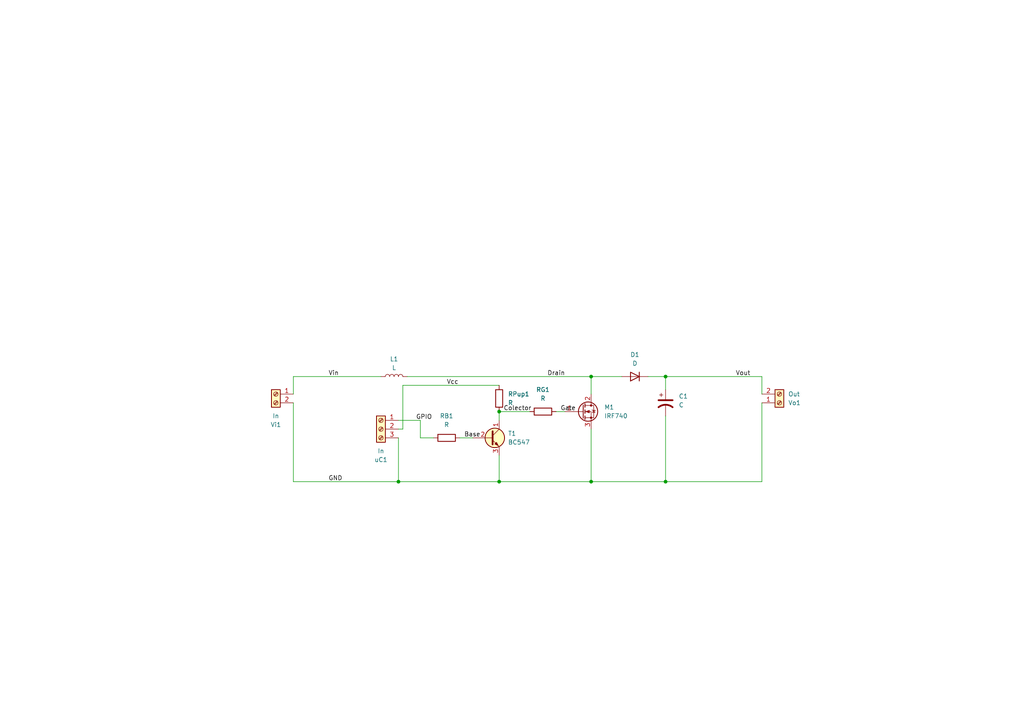
<source format=kicad_sch>
(kicad_sch
	(version 20250114)
	(generator "eeschema")
	(generator_version "9.0")
	(uuid "a903fe2c-c390-43c9-b225-b61405dca153")
	(paper "A4")
	(title_block
		(title "CC-CC Converter")
		(date "2025-02-28")
		(rev "2024-03-01")
		(company "Universidade do Minho")
		(comment 1 "Aut: Nuno Duarte Ribeiro Costa")
	)
	(lib_symbols
		(symbol "Connector:Screw_Terminal_01x02"
			(pin_names
				(offset 1.016)
				(hide yes)
			)
			(exclude_from_sim no)
			(in_bom yes)
			(on_board yes)
			(property "Reference" "J"
				(at 0 2.54 0)
				(effects
					(font
						(size 1.27 1.27)
					)
				)
			)
			(property "Value" "Screw_Terminal_01x02"
				(at 0 -5.08 0)
				(effects
					(font
						(size 1.27 1.27)
					)
				)
			)
			(property "Footprint" ""
				(at 0 0 0)
				(effects
					(font
						(size 1.27 1.27)
					)
					(hide yes)
				)
			)
			(property "Datasheet" "~"
				(at 0 0 0)
				(effects
					(font
						(size 1.27 1.27)
					)
					(hide yes)
				)
			)
			(property "Description" "Generic screw terminal, single row, 01x02, script generated (kicad-library-utils/schlib/autogen/connector/)"
				(at 0 0 0)
				(effects
					(font
						(size 1.27 1.27)
					)
					(hide yes)
				)
			)
			(property "ki_keywords" "screw terminal"
				(at 0 0 0)
				(effects
					(font
						(size 1.27 1.27)
					)
					(hide yes)
				)
			)
			(property "ki_fp_filters" "TerminalBlock*:*"
				(at 0 0 0)
				(effects
					(font
						(size 1.27 1.27)
					)
					(hide yes)
				)
			)
			(symbol "Screw_Terminal_01x02_1_1"
				(rectangle
					(start -1.27 1.27)
					(end 1.27 -3.81)
					(stroke
						(width 0.254)
						(type default)
					)
					(fill
						(type background)
					)
				)
				(polyline
					(pts
						(xy -0.5334 0.3302) (xy 0.3302 -0.508)
					)
					(stroke
						(width 0.1524)
						(type default)
					)
					(fill
						(type none)
					)
				)
				(polyline
					(pts
						(xy -0.5334 -2.2098) (xy 0.3302 -3.048)
					)
					(stroke
						(width 0.1524)
						(type default)
					)
					(fill
						(type none)
					)
				)
				(polyline
					(pts
						(xy -0.3556 0.508) (xy 0.508 -0.3302)
					)
					(stroke
						(width 0.1524)
						(type default)
					)
					(fill
						(type none)
					)
				)
				(polyline
					(pts
						(xy -0.3556 -2.032) (xy 0.508 -2.8702)
					)
					(stroke
						(width 0.1524)
						(type default)
					)
					(fill
						(type none)
					)
				)
				(circle
					(center 0 0)
					(radius 0.635)
					(stroke
						(width 0.1524)
						(type default)
					)
					(fill
						(type none)
					)
				)
				(circle
					(center 0 -2.54)
					(radius 0.635)
					(stroke
						(width 0.1524)
						(type default)
					)
					(fill
						(type none)
					)
				)
				(pin passive line
					(at -5.08 0 0)
					(length 3.81)
					(name "Pin_1"
						(effects
							(font
								(size 1.27 1.27)
							)
						)
					)
					(number "1"
						(effects
							(font
								(size 1.27 1.27)
							)
						)
					)
				)
				(pin passive line
					(at -5.08 -2.54 0)
					(length 3.81)
					(name "Pin_2"
						(effects
							(font
								(size 1.27 1.27)
							)
						)
					)
					(number "2"
						(effects
							(font
								(size 1.27 1.27)
							)
						)
					)
				)
			)
			(embedded_fonts no)
		)
		(symbol "Connector:Screw_Terminal_01x03"
			(pin_names
				(offset 1.016)
				(hide yes)
			)
			(exclude_from_sim no)
			(in_bom yes)
			(on_board yes)
			(property "Reference" "J"
				(at 0 5.08 0)
				(effects
					(font
						(size 1.27 1.27)
					)
				)
			)
			(property "Value" "Screw_Terminal_01x03"
				(at 0 -5.08 0)
				(effects
					(font
						(size 1.27 1.27)
					)
				)
			)
			(property "Footprint" ""
				(at 0 0 0)
				(effects
					(font
						(size 1.27 1.27)
					)
					(hide yes)
				)
			)
			(property "Datasheet" "~"
				(at 0 0 0)
				(effects
					(font
						(size 1.27 1.27)
					)
					(hide yes)
				)
			)
			(property "Description" "Generic screw terminal, single row, 01x03, script generated (kicad-library-utils/schlib/autogen/connector/)"
				(at 0 0 0)
				(effects
					(font
						(size 1.27 1.27)
					)
					(hide yes)
				)
			)
			(property "ki_keywords" "screw terminal"
				(at 0 0 0)
				(effects
					(font
						(size 1.27 1.27)
					)
					(hide yes)
				)
			)
			(property "ki_fp_filters" "TerminalBlock*:*"
				(at 0 0 0)
				(effects
					(font
						(size 1.27 1.27)
					)
					(hide yes)
				)
			)
			(symbol "Screw_Terminal_01x03_1_1"
				(rectangle
					(start -1.27 3.81)
					(end 1.27 -3.81)
					(stroke
						(width 0.254)
						(type default)
					)
					(fill
						(type background)
					)
				)
				(polyline
					(pts
						(xy -0.5334 2.8702) (xy 0.3302 2.032)
					)
					(stroke
						(width 0.1524)
						(type default)
					)
					(fill
						(type none)
					)
				)
				(polyline
					(pts
						(xy -0.5334 0.3302) (xy 0.3302 -0.508)
					)
					(stroke
						(width 0.1524)
						(type default)
					)
					(fill
						(type none)
					)
				)
				(polyline
					(pts
						(xy -0.5334 -2.2098) (xy 0.3302 -3.048)
					)
					(stroke
						(width 0.1524)
						(type default)
					)
					(fill
						(type none)
					)
				)
				(polyline
					(pts
						(xy -0.3556 3.048) (xy 0.508 2.2098)
					)
					(stroke
						(width 0.1524)
						(type default)
					)
					(fill
						(type none)
					)
				)
				(polyline
					(pts
						(xy -0.3556 0.508) (xy 0.508 -0.3302)
					)
					(stroke
						(width 0.1524)
						(type default)
					)
					(fill
						(type none)
					)
				)
				(polyline
					(pts
						(xy -0.3556 -2.032) (xy 0.508 -2.8702)
					)
					(stroke
						(width 0.1524)
						(type default)
					)
					(fill
						(type none)
					)
				)
				(circle
					(center 0 2.54)
					(radius 0.635)
					(stroke
						(width 0.1524)
						(type default)
					)
					(fill
						(type none)
					)
				)
				(circle
					(center 0 0)
					(radius 0.635)
					(stroke
						(width 0.1524)
						(type default)
					)
					(fill
						(type none)
					)
				)
				(circle
					(center 0 -2.54)
					(radius 0.635)
					(stroke
						(width 0.1524)
						(type default)
					)
					(fill
						(type none)
					)
				)
				(pin passive line
					(at -5.08 2.54 0)
					(length 3.81)
					(name "Pin_1"
						(effects
							(font
								(size 1.27 1.27)
							)
						)
					)
					(number "1"
						(effects
							(font
								(size 1.27 1.27)
							)
						)
					)
				)
				(pin passive line
					(at -5.08 0 0)
					(length 3.81)
					(name "Pin_2"
						(effects
							(font
								(size 1.27 1.27)
							)
						)
					)
					(number "2"
						(effects
							(font
								(size 1.27 1.27)
							)
						)
					)
				)
				(pin passive line
					(at -5.08 -2.54 0)
					(length 3.81)
					(name "Pin_3"
						(effects
							(font
								(size 1.27 1.27)
							)
						)
					)
					(number "3"
						(effects
							(font
								(size 1.27 1.27)
							)
						)
					)
				)
			)
			(embedded_fonts no)
		)
		(symbol "Device:C_Polarized_US"
			(pin_numbers
				(hide yes)
			)
			(pin_names
				(offset 0.254)
				(hide yes)
			)
			(exclude_from_sim no)
			(in_bom yes)
			(on_board yes)
			(property "Reference" "C"
				(at 0.635 2.54 0)
				(effects
					(font
						(size 1.27 1.27)
					)
					(justify left)
				)
			)
			(property "Value" "C_Polarized_US"
				(at 0.635 -2.54 0)
				(effects
					(font
						(size 1.27 1.27)
					)
					(justify left)
				)
			)
			(property "Footprint" ""
				(at 0 0 0)
				(effects
					(font
						(size 1.27 1.27)
					)
					(hide yes)
				)
			)
			(property "Datasheet" "~"
				(at 0 0 0)
				(effects
					(font
						(size 1.27 1.27)
					)
					(hide yes)
				)
			)
			(property "Description" "Polarized capacitor, US symbol"
				(at 0 0 0)
				(effects
					(font
						(size 1.27 1.27)
					)
					(hide yes)
				)
			)
			(property "ki_keywords" "cap capacitor"
				(at 0 0 0)
				(effects
					(font
						(size 1.27 1.27)
					)
					(hide yes)
				)
			)
			(property "ki_fp_filters" "CP_*"
				(at 0 0 0)
				(effects
					(font
						(size 1.27 1.27)
					)
					(hide yes)
				)
			)
			(symbol "C_Polarized_US_0_1"
				(polyline
					(pts
						(xy -2.032 0.762) (xy 2.032 0.762)
					)
					(stroke
						(width 0.508)
						(type default)
					)
					(fill
						(type none)
					)
				)
				(polyline
					(pts
						(xy -1.778 2.286) (xy -0.762 2.286)
					)
					(stroke
						(width 0)
						(type default)
					)
					(fill
						(type none)
					)
				)
				(polyline
					(pts
						(xy -1.27 1.778) (xy -1.27 2.794)
					)
					(stroke
						(width 0)
						(type default)
					)
					(fill
						(type none)
					)
				)
				(arc
					(start -2.032 -1.27)
					(mid 0 -0.5572)
					(end 2.032 -1.27)
					(stroke
						(width 0.508)
						(type default)
					)
					(fill
						(type none)
					)
				)
			)
			(symbol "C_Polarized_US_1_1"
				(pin passive line
					(at 0 3.81 270)
					(length 2.794)
					(name "~"
						(effects
							(font
								(size 1.27 1.27)
							)
						)
					)
					(number "1"
						(effects
							(font
								(size 1.27 1.27)
							)
						)
					)
				)
				(pin passive line
					(at 0 -3.81 90)
					(length 3.302)
					(name "~"
						(effects
							(font
								(size 1.27 1.27)
							)
						)
					)
					(number "2"
						(effects
							(font
								(size 1.27 1.27)
							)
						)
					)
				)
			)
			(embedded_fonts no)
		)
		(symbol "Device:D"
			(pin_numbers
				(hide yes)
			)
			(pin_names
				(offset 1.016)
				(hide yes)
			)
			(exclude_from_sim no)
			(in_bom yes)
			(on_board yes)
			(property "Reference" "D"
				(at 0 2.54 0)
				(effects
					(font
						(size 1.27 1.27)
					)
				)
			)
			(property "Value" "D"
				(at 0 -2.54 0)
				(effects
					(font
						(size 1.27 1.27)
					)
				)
			)
			(property "Footprint" ""
				(at 0 0 0)
				(effects
					(font
						(size 1.27 1.27)
					)
					(hide yes)
				)
			)
			(property "Datasheet" "~"
				(at 0 0 0)
				(effects
					(font
						(size 1.27 1.27)
					)
					(hide yes)
				)
			)
			(property "Description" "Diode"
				(at 0 0 0)
				(effects
					(font
						(size 1.27 1.27)
					)
					(hide yes)
				)
			)
			(property "Sim.Device" "D"
				(at 0 0 0)
				(effects
					(font
						(size 1.27 1.27)
					)
					(hide yes)
				)
			)
			(property "Sim.Pins" "1=K 2=A"
				(at 0 0 0)
				(effects
					(font
						(size 1.27 1.27)
					)
					(hide yes)
				)
			)
			(property "ki_keywords" "diode"
				(at 0 0 0)
				(effects
					(font
						(size 1.27 1.27)
					)
					(hide yes)
				)
			)
			(property "ki_fp_filters" "TO-???* *_Diode_* *SingleDiode* D_*"
				(at 0 0 0)
				(effects
					(font
						(size 1.27 1.27)
					)
					(hide yes)
				)
			)
			(symbol "D_0_1"
				(polyline
					(pts
						(xy -1.27 1.27) (xy -1.27 -1.27)
					)
					(stroke
						(width 0.254)
						(type default)
					)
					(fill
						(type none)
					)
				)
				(polyline
					(pts
						(xy 1.27 1.27) (xy 1.27 -1.27) (xy -1.27 0) (xy 1.27 1.27)
					)
					(stroke
						(width 0.254)
						(type default)
					)
					(fill
						(type none)
					)
				)
				(polyline
					(pts
						(xy 1.27 0) (xy -1.27 0)
					)
					(stroke
						(width 0)
						(type default)
					)
					(fill
						(type none)
					)
				)
			)
			(symbol "D_1_1"
				(pin passive line
					(at -3.81 0 0)
					(length 2.54)
					(name "K"
						(effects
							(font
								(size 1.27 1.27)
							)
						)
					)
					(number "1"
						(effects
							(font
								(size 1.27 1.27)
							)
						)
					)
				)
				(pin passive line
					(at 3.81 0 180)
					(length 2.54)
					(name "A"
						(effects
							(font
								(size 1.27 1.27)
							)
						)
					)
					(number "2"
						(effects
							(font
								(size 1.27 1.27)
							)
						)
					)
				)
			)
			(embedded_fonts no)
		)
		(symbol "Device:L"
			(pin_numbers
				(hide yes)
			)
			(pin_names
				(offset 1.016)
				(hide yes)
			)
			(exclude_from_sim no)
			(in_bom yes)
			(on_board yes)
			(property "Reference" "L"
				(at -1.27 0 90)
				(effects
					(font
						(size 1.27 1.27)
					)
				)
			)
			(property "Value" "L"
				(at 1.905 0 90)
				(effects
					(font
						(size 1.27 1.27)
					)
				)
			)
			(property "Footprint" ""
				(at 0 0 0)
				(effects
					(font
						(size 1.27 1.27)
					)
					(hide yes)
				)
			)
			(property "Datasheet" "~"
				(at 0 0 0)
				(effects
					(font
						(size 1.27 1.27)
					)
					(hide yes)
				)
			)
			(property "Description" "Inductor"
				(at 0 0 0)
				(effects
					(font
						(size 1.27 1.27)
					)
					(hide yes)
				)
			)
			(property "ki_keywords" "inductor choke coil reactor magnetic"
				(at 0 0 0)
				(effects
					(font
						(size 1.27 1.27)
					)
					(hide yes)
				)
			)
			(property "ki_fp_filters" "Choke_* *Coil* Inductor_* L_*"
				(at 0 0 0)
				(effects
					(font
						(size 1.27 1.27)
					)
					(hide yes)
				)
			)
			(symbol "L_0_1"
				(arc
					(start 0 2.54)
					(mid 0.6323 1.905)
					(end 0 1.27)
					(stroke
						(width 0)
						(type default)
					)
					(fill
						(type none)
					)
				)
				(arc
					(start 0 1.27)
					(mid 0.6323 0.635)
					(end 0 0)
					(stroke
						(width 0)
						(type default)
					)
					(fill
						(type none)
					)
				)
				(arc
					(start 0 0)
					(mid 0.6323 -0.635)
					(end 0 -1.27)
					(stroke
						(width 0)
						(type default)
					)
					(fill
						(type none)
					)
				)
				(arc
					(start 0 -1.27)
					(mid 0.6323 -1.905)
					(end 0 -2.54)
					(stroke
						(width 0)
						(type default)
					)
					(fill
						(type none)
					)
				)
			)
			(symbol "L_1_1"
				(pin passive line
					(at 0 3.81 270)
					(length 1.27)
					(name "1"
						(effects
							(font
								(size 1.27 1.27)
							)
						)
					)
					(number "1"
						(effects
							(font
								(size 1.27 1.27)
							)
						)
					)
				)
				(pin passive line
					(at 0 -3.81 90)
					(length 1.27)
					(name "2"
						(effects
							(font
								(size 1.27 1.27)
							)
						)
					)
					(number "2"
						(effects
							(font
								(size 1.27 1.27)
							)
						)
					)
				)
			)
			(embedded_fonts no)
		)
		(symbol "Device:R"
			(pin_numbers
				(hide yes)
			)
			(pin_names
				(offset 0)
			)
			(exclude_from_sim no)
			(in_bom yes)
			(on_board yes)
			(property "Reference" "R"
				(at 2.032 0 90)
				(effects
					(font
						(size 1.27 1.27)
					)
				)
			)
			(property "Value" "R"
				(at 0 0 90)
				(effects
					(font
						(size 1.27 1.27)
					)
				)
			)
			(property "Footprint" ""
				(at -1.778 0 90)
				(effects
					(font
						(size 1.27 1.27)
					)
					(hide yes)
				)
			)
			(property "Datasheet" "~"
				(at 0 0 0)
				(effects
					(font
						(size 1.27 1.27)
					)
					(hide yes)
				)
			)
			(property "Description" "Resistor"
				(at 0 0 0)
				(effects
					(font
						(size 1.27 1.27)
					)
					(hide yes)
				)
			)
			(property "ki_keywords" "R res resistor"
				(at 0 0 0)
				(effects
					(font
						(size 1.27 1.27)
					)
					(hide yes)
				)
			)
			(property "ki_fp_filters" "R_*"
				(at 0 0 0)
				(effects
					(font
						(size 1.27 1.27)
					)
					(hide yes)
				)
			)
			(symbol "R_0_1"
				(rectangle
					(start -1.016 -2.54)
					(end 1.016 2.54)
					(stroke
						(width 0.254)
						(type default)
					)
					(fill
						(type none)
					)
				)
			)
			(symbol "R_1_1"
				(pin passive line
					(at 0 3.81 270)
					(length 1.27)
					(name "~"
						(effects
							(font
								(size 1.27 1.27)
							)
						)
					)
					(number "1"
						(effects
							(font
								(size 1.27 1.27)
							)
						)
					)
				)
				(pin passive line
					(at 0 -3.81 90)
					(length 1.27)
					(name "~"
						(effects
							(font
								(size 1.27 1.27)
							)
						)
					)
					(number "2"
						(effects
							(font
								(size 1.27 1.27)
							)
						)
					)
				)
			)
			(embedded_fonts no)
		)
		(symbol "PCM_Transistor_BJT_AKL:BC547"
			(pin_names
				(hide yes)
			)
			(exclude_from_sim no)
			(in_bom yes)
			(on_board yes)
			(property "Reference" "Q"
				(at 5.08 1.27 0)
				(effects
					(font
						(size 1.27 1.27)
					)
					(justify left)
				)
			)
			(property "Value" "BC547"
				(at 5.08 -1.27 0)
				(effects
					(font
						(size 1.27 1.27)
					)
					(justify left)
				)
			)
			(property "Footprint" "PCM_Package_TO_SOT_THT_AKL:TO-92_Inline_Wide_CBE"
				(at 5.08 2.54 0)
				(effects
					(font
						(size 1.27 1.27)
					)
					(hide yes)
				)
			)
			(property "Datasheet" "https://www.tme.eu/Document/6c5d898a533a0762c2bc33eb26c283a8/BC546-550-DTE.pdf"
				(at 0 0 0)
				(effects
					(font
						(size 1.27 1.27)
					)
					(hide yes)
				)
			)
			(property "Description" "NPN TO-92 transistor, 45V, 100mA, 500mW, Complementary to BC557, Alternate KiCAD Library"
				(at 0 0 0)
				(effects
					(font
						(size 1.27 1.27)
					)
					(hide yes)
				)
			)
			(property "ki_keywords" "transistor NPN BC547"
				(at 0 0 0)
				(effects
					(font
						(size 1.27 1.27)
					)
					(hide yes)
				)
			)
			(symbol "BC547_0_1"
				(polyline
					(pts
						(xy 0.635 1.905) (xy 0.635 -1.905) (xy 0.635 -1.905)
					)
					(stroke
						(width 0.508)
						(type default)
					)
					(fill
						(type none)
					)
				)
				(polyline
					(pts
						(xy 0.635 0.635) (xy 2.54 2.54)
					)
					(stroke
						(width 0)
						(type default)
					)
					(fill
						(type none)
					)
				)
				(polyline
					(pts
						(xy 0.635 -0.635) (xy 2.54 -2.54) (xy 2.54 -2.54)
					)
					(stroke
						(width 0)
						(type default)
					)
					(fill
						(type none)
					)
				)
				(circle
					(center 1.27 0)
					(radius 2.8194)
					(stroke
						(width 0.254)
						(type default)
					)
					(fill
						(type background)
					)
				)
				(polyline
					(pts
						(xy 1.27 -1.778) (xy 1.778 -1.27) (xy 2.286 -2.286) (xy 1.27 -1.778) (xy 1.27 -1.778)
					)
					(stroke
						(width 0)
						(type default)
					)
					(fill
						(type outline)
					)
				)
			)
			(symbol "BC547_1_1"
				(pin input line
					(at -5.08 0 0)
					(length 5.715)
					(name "B"
						(effects
							(font
								(size 1.27 1.27)
							)
						)
					)
					(number "2"
						(effects
							(font
								(size 1.27 1.27)
							)
						)
					)
				)
				(pin passive line
					(at 2.54 5.08 270)
					(length 2.54)
					(name "C"
						(effects
							(font
								(size 1.27 1.27)
							)
						)
					)
					(number "1"
						(effects
							(font
								(size 1.27 1.27)
							)
						)
					)
				)
				(pin passive line
					(at 2.54 -5.08 90)
					(length 2.54)
					(name "E"
						(effects
							(font
								(size 1.27 1.27)
							)
						)
					)
					(number "3"
						(effects
							(font
								(size 1.27 1.27)
							)
						)
					)
				)
			)
			(embedded_fonts no)
		)
		(symbol "Transistor_FET:IRF740"
			(pin_names
				(hide yes)
			)
			(exclude_from_sim no)
			(in_bom yes)
			(on_board yes)
			(property "Reference" "Q"
				(at 5.08 1.905 0)
				(effects
					(font
						(size 1.27 1.27)
					)
					(justify left)
				)
			)
			(property "Value" "IRF740"
				(at 5.08 0 0)
				(effects
					(font
						(size 1.27 1.27)
					)
					(justify left)
				)
			)
			(property "Footprint" "Package_TO_SOT_THT:TO-220-3_Vertical"
				(at 5.08 -1.905 0)
				(effects
					(font
						(size 1.27 1.27)
						(italic yes)
					)
					(justify left)
					(hide yes)
				)
			)
			(property "Datasheet" "http://www.vishay.com/docs/91054/91054.pdf"
				(at 5.08 -3.81 0)
				(effects
					(font
						(size 1.27 1.27)
					)
					(justify left)
					(hide yes)
				)
			)
			(property "Description" "10A Id, 400V Vds, N-Channel Power MOSFET, 500mOhm Rds, TO-220AB"
				(at 0 0 0)
				(effects
					(font
						(size 1.27 1.27)
					)
					(hide yes)
				)
			)
			(property "ki_keywords" "N Channel"
				(at 0 0 0)
				(effects
					(font
						(size 1.27 1.27)
					)
					(hide yes)
				)
			)
			(property "ki_fp_filters" "TO?220*"
				(at 0 0 0)
				(effects
					(font
						(size 1.27 1.27)
					)
					(hide yes)
				)
			)
			(symbol "IRF740_0_1"
				(polyline
					(pts
						(xy 0.254 1.905) (xy 0.254 -1.905)
					)
					(stroke
						(width 0.254)
						(type default)
					)
					(fill
						(type none)
					)
				)
				(polyline
					(pts
						(xy 0.254 0) (xy -2.54 0)
					)
					(stroke
						(width 0)
						(type default)
					)
					(fill
						(type none)
					)
				)
				(polyline
					(pts
						(xy 0.762 2.286) (xy 0.762 1.27)
					)
					(stroke
						(width 0.254)
						(type default)
					)
					(fill
						(type none)
					)
				)
				(polyline
					(pts
						(xy 0.762 0.508) (xy 0.762 -0.508)
					)
					(stroke
						(width 0.254)
						(type default)
					)
					(fill
						(type none)
					)
				)
				(polyline
					(pts
						(xy 0.762 -1.27) (xy 0.762 -2.286)
					)
					(stroke
						(width 0.254)
						(type default)
					)
					(fill
						(type none)
					)
				)
				(polyline
					(pts
						(xy 0.762 -1.778) (xy 3.302 -1.778) (xy 3.302 1.778) (xy 0.762 1.778)
					)
					(stroke
						(width 0)
						(type default)
					)
					(fill
						(type none)
					)
				)
				(polyline
					(pts
						(xy 1.016 0) (xy 2.032 0.381) (xy 2.032 -0.381) (xy 1.016 0)
					)
					(stroke
						(width 0)
						(type default)
					)
					(fill
						(type outline)
					)
				)
				(circle
					(center 1.651 0)
					(radius 2.794)
					(stroke
						(width 0.254)
						(type default)
					)
					(fill
						(type none)
					)
				)
				(polyline
					(pts
						(xy 2.54 2.54) (xy 2.54 1.778)
					)
					(stroke
						(width 0)
						(type default)
					)
					(fill
						(type none)
					)
				)
				(circle
					(center 2.54 1.778)
					(radius 0.254)
					(stroke
						(width 0)
						(type default)
					)
					(fill
						(type outline)
					)
				)
				(circle
					(center 2.54 -1.778)
					(radius 0.254)
					(stroke
						(width 0)
						(type default)
					)
					(fill
						(type outline)
					)
				)
				(polyline
					(pts
						(xy 2.54 -2.54) (xy 2.54 0) (xy 0.762 0)
					)
					(stroke
						(width 0)
						(type default)
					)
					(fill
						(type none)
					)
				)
				(polyline
					(pts
						(xy 2.794 0.508) (xy 2.921 0.381) (xy 3.683 0.381) (xy 3.81 0.254)
					)
					(stroke
						(width 0)
						(type default)
					)
					(fill
						(type none)
					)
				)
				(polyline
					(pts
						(xy 3.302 0.381) (xy 2.921 -0.254) (xy 3.683 -0.254) (xy 3.302 0.381)
					)
					(stroke
						(width 0)
						(type default)
					)
					(fill
						(type none)
					)
				)
			)
			(symbol "IRF740_1_1"
				(pin input line
					(at -5.08 0 0)
					(length 2.54)
					(name "G"
						(effects
							(font
								(size 1.27 1.27)
							)
						)
					)
					(number "1"
						(effects
							(font
								(size 1.27 1.27)
							)
						)
					)
				)
				(pin passive line
					(at 2.54 5.08 270)
					(length 2.54)
					(name "D"
						(effects
							(font
								(size 1.27 1.27)
							)
						)
					)
					(number "2"
						(effects
							(font
								(size 1.27 1.27)
							)
						)
					)
				)
				(pin passive line
					(at 2.54 -5.08 90)
					(length 2.54)
					(name "S"
						(effects
							(font
								(size 1.27 1.27)
							)
						)
					)
					(number "3"
						(effects
							(font
								(size 1.27 1.27)
							)
						)
					)
				)
			)
			(embedded_fonts no)
		)
	)
	(junction
		(at 115.57 139.7)
		(diameter 0)
		(color 0 0 0 0)
		(uuid "154f9879-5fa0-4b6d-a1c2-bd3c6d4fcc2c")
	)
	(junction
		(at 144.78 139.7)
		(diameter 0)
		(color 0 0 0 0)
		(uuid "35ebcb3f-07ec-4ae4-8d19-394e78375dd7")
	)
	(junction
		(at 193.04 139.7)
		(diameter 0)
		(color 0 0 0 0)
		(uuid "632f57fe-8f41-4062-b5c4-89fa43036d26")
	)
	(junction
		(at 144.78 119.38)
		(diameter 0)
		(color 0 0 0 0)
		(uuid "7fe5aea9-e574-481e-a0b9-ff03aaefa935")
	)
	(junction
		(at 171.45 109.22)
		(diameter 0)
		(color 0 0 0 0)
		(uuid "879d0f7a-4bc0-4dcd-8249-103bd0d121b0")
	)
	(junction
		(at 193.04 109.22)
		(diameter 0)
		(color 0 0 0 0)
		(uuid "afcdb02c-88dd-4dda-bc30-f85352408a23")
	)
	(junction
		(at 171.45 139.7)
		(diameter 0)
		(color 0 0 0 0)
		(uuid "c9cfbb30-1665-4831-95ac-0c415d303086")
	)
	(wire
		(pts
			(xy 85.09 139.7) (xy 115.57 139.7)
		)
		(stroke
			(width 0)
			(type default)
		)
		(uuid "00428e2d-91b9-426b-9b27-57ca5760aa5e")
	)
	(wire
		(pts
			(xy 171.45 109.22) (xy 180.34 109.22)
		)
		(stroke
			(width 0)
			(type default)
		)
		(uuid "00ed0cf5-f4a6-4a5a-bfeb-b41a531dbe89")
	)
	(wire
		(pts
			(xy 193.04 139.7) (xy 220.98 139.7)
		)
		(stroke
			(width 0)
			(type default)
		)
		(uuid "103fdbf6-e9eb-42ce-81ae-166226f3bf22")
	)
	(wire
		(pts
			(xy 220.98 109.22) (xy 220.98 114.3)
		)
		(stroke
			(width 0)
			(type default)
		)
		(uuid "1494b362-4c06-449a-ba44-555319fe0732")
	)
	(wire
		(pts
			(xy 116.84 111.76) (xy 144.78 111.76)
		)
		(stroke
			(width 0)
			(type default)
		)
		(uuid "28add740-8a26-4d26-9bff-9112ce4ba13b")
	)
	(wire
		(pts
			(xy 116.84 124.46) (xy 116.84 111.76)
		)
		(stroke
			(width 0)
			(type default)
		)
		(uuid "410392a9-d281-4967-8db1-fb5866bb836a")
	)
	(wire
		(pts
			(xy 171.45 114.3) (xy 171.45 109.22)
		)
		(stroke
			(width 0)
			(type default)
		)
		(uuid "5672dbc5-598b-4057-9c4a-6c5c06631167")
	)
	(wire
		(pts
			(xy 144.78 119.38) (xy 153.67 119.38)
		)
		(stroke
			(width 0)
			(type default)
		)
		(uuid "5ed75e68-6c42-4d77-96cb-bb8b4ab4d94d")
	)
	(wire
		(pts
			(xy 85.09 109.22) (xy 85.09 114.3)
		)
		(stroke
			(width 0)
			(type default)
		)
		(uuid "638dfbb4-6bbb-4cd9-9f96-b4d295523ddb")
	)
	(wire
		(pts
			(xy 193.04 109.22) (xy 193.04 113.03)
		)
		(stroke
			(width 0)
			(type default)
		)
		(uuid "68b4da33-3f8f-4577-adf9-59bfb9d2c0fb")
	)
	(wire
		(pts
			(xy 118.11 109.22) (xy 171.45 109.22)
		)
		(stroke
			(width 0)
			(type default)
		)
		(uuid "6ec4d9b2-b02b-41e8-bbaa-f16e91763599")
	)
	(wire
		(pts
			(xy 171.45 139.7) (xy 193.04 139.7)
		)
		(stroke
			(width 0)
			(type default)
		)
		(uuid "704f7bc3-d9f6-4be7-97e3-97edbd71590f")
	)
	(wire
		(pts
			(xy 193.04 109.22) (xy 220.98 109.22)
		)
		(stroke
			(width 0)
			(type default)
		)
		(uuid "71d341eb-735f-4489-9678-371d2d33741d")
	)
	(wire
		(pts
			(xy 187.96 109.22) (xy 193.04 109.22)
		)
		(stroke
			(width 0)
			(type default)
		)
		(uuid "7fa47b2f-bf92-46dc-ad8e-25ee222cb953")
	)
	(wire
		(pts
			(xy 121.92 127) (xy 125.73 127)
		)
		(stroke
			(width 0)
			(type default)
		)
		(uuid "8aac1411-beb5-464f-b41c-3105224e6ae6")
	)
	(wire
		(pts
			(xy 115.57 124.46) (xy 116.84 124.46)
		)
		(stroke
			(width 0)
			(type default)
		)
		(uuid "8ff6e1ce-c124-499c-88b3-e3042bf0ff70")
	)
	(wire
		(pts
			(xy 161.29 119.38) (xy 163.83 119.38)
		)
		(stroke
			(width 0)
			(type default)
		)
		(uuid "9bda181f-36b4-4284-9b61-e2320dff1231")
	)
	(wire
		(pts
			(xy 85.09 116.84) (xy 85.09 139.7)
		)
		(stroke
			(width 0)
			(type default)
		)
		(uuid "ac0e18b5-3865-4147-8901-f7c0fb29fc61")
	)
	(wire
		(pts
			(xy 115.57 121.92) (xy 121.92 121.92)
		)
		(stroke
			(width 0)
			(type default)
		)
		(uuid "b23e858d-c59b-4037-ace0-7c8436b143d2")
	)
	(wire
		(pts
			(xy 171.45 124.46) (xy 171.45 139.7)
		)
		(stroke
			(width 0)
			(type default)
		)
		(uuid "bd7a4e28-9048-4ff9-a91b-65c834e6314a")
	)
	(wire
		(pts
			(xy 115.57 139.7) (xy 144.78 139.7)
		)
		(stroke
			(width 0)
			(type default)
		)
		(uuid "c36f5332-78a1-47c8-b8a2-aeb67ea17c09")
	)
	(wire
		(pts
			(xy 144.78 119.38) (xy 144.78 121.92)
		)
		(stroke
			(width 0)
			(type default)
		)
		(uuid "d021781d-7ad4-4fd1-b273-ad80d87da1db")
	)
	(wire
		(pts
			(xy 115.57 127) (xy 115.57 139.7)
		)
		(stroke
			(width 0)
			(type default)
		)
		(uuid "e3b0769a-58a3-4152-bc40-e2201c7a1b68")
	)
	(wire
		(pts
			(xy 110.49 109.22) (xy 85.09 109.22)
		)
		(stroke
			(width 0)
			(type default)
		)
		(uuid "e63de341-a1db-451e-9f22-51b45e3e9c0c")
	)
	(wire
		(pts
			(xy 133.35 127) (xy 137.16 127)
		)
		(stroke
			(width 0)
			(type default)
		)
		(uuid "e8236aa5-38ac-4f89-b4b8-a4b37f05479b")
	)
	(wire
		(pts
			(xy 121.92 121.92) (xy 121.92 127)
		)
		(stroke
			(width 0)
			(type default)
		)
		(uuid "ef8a1c37-22e2-4d78-9db7-97d9f296bcd7")
	)
	(wire
		(pts
			(xy 144.78 139.7) (xy 171.45 139.7)
		)
		(stroke
			(width 0)
			(type default)
		)
		(uuid "f0d676ba-fdc5-4933-8ea1-33a96e65a97a")
	)
	(wire
		(pts
			(xy 220.98 139.7) (xy 220.98 116.84)
		)
		(stroke
			(width 0)
			(type default)
		)
		(uuid "faa48105-0422-4734-b916-93dc85330553")
	)
	(wire
		(pts
			(xy 144.78 132.08) (xy 144.78 139.7)
		)
		(stroke
			(width 0)
			(type default)
		)
		(uuid "fd87ead9-5476-46a0-8974-c577cfdf036c")
	)
	(wire
		(pts
			(xy 193.04 120.65) (xy 193.04 139.7)
		)
		(stroke
			(width 0)
			(type default)
		)
		(uuid "ff462cb0-d8ea-4cc1-a058-9bbea424a8b2")
	)
	(label "Colector"
		(at 146.05 119.38 0)
		(effects
			(font
				(size 1.27 1.27)
			)
			(justify left bottom)
		)
		(uuid "1cc6ca36-f612-4a67-a293-e86885dd735c")
	)
	(label "Vout"
		(at 213.36 109.22 0)
		(effects
			(font
				(size 1.27 1.27)
			)
			(justify left bottom)
		)
		(uuid "38461f1b-f6c3-4878-8fa1-39c35e39eecd")
	)
	(label "Base"
		(at 134.62 127 0)
		(effects
			(font
				(size 1.27 1.27)
			)
			(justify left bottom)
		)
		(uuid "716fa5e4-b626-4438-81e7-60eb6aad33f2")
	)
	(label "Vin"
		(at 95.25 109.22 0)
		(effects
			(font
				(size 1.27 1.27)
			)
			(justify left bottom)
		)
		(uuid "7f33e577-3418-478a-90e0-1e6c5dea9c0a")
	)
	(label "Gate"
		(at 162.56 119.38 0)
		(effects
			(font
				(size 1.27 1.27)
			)
			(justify left bottom)
		)
		(uuid "85714666-1dee-4244-9a2e-11cfcfb17151")
	)
	(label "Drain"
		(at 158.75 109.22 0)
		(effects
			(font
				(size 1.27 1.27)
			)
			(justify left bottom)
		)
		(uuid "90cbb954-d6a4-4164-a2f6-e1a55272bbe8")
	)
	(label "GND"
		(at 95.25 139.7 0)
		(effects
			(font
				(size 1.27 1.27)
			)
			(justify left bottom)
		)
		(uuid "9c570da4-986a-4f7b-b55e-2a905058d28f")
	)
	(label "Vcc"
		(at 129.54 111.76 0)
		(effects
			(font
				(size 1.27 1.27)
			)
			(justify left bottom)
		)
		(uuid "9fa9fa40-afea-442d-9af6-bb1640483068")
	)
	(label "GPIO"
		(at 120.65 121.92 0)
		(effects
			(font
				(size 1.27 1.27)
			)
			(justify left bottom)
		)
		(uuid "fe783ff7-12a3-4c6e-a3a6-20fa878d0452")
	)
	(symbol
		(lib_id "Connector:Screw_Terminal_01x03")
		(at 110.49 124.46 0)
		(mirror y)
		(unit 1)
		(exclude_from_sim no)
		(in_bom yes)
		(on_board yes)
		(dnp no)
		(uuid "07986ea0-3e04-42a5-92ae-10ca65d0ea7e")
		(property "Reference" "uC1"
			(at 110.49 133.35 0)
			(effects
				(font
					(size 1.27 1.27)
				)
			)
		)
		(property "Value" "In"
			(at 110.49 130.81 0)
			(effects
				(font
					(size 1.27 1.27)
				)
			)
		)
		(property "Footprint" "TerminalBlock_Phoenix:TerminalBlock_Phoenix_PT-1,5-3-3.5-H_1x03_P3.50mm_Horizontal"
			(at 110.49 124.46 0)
			(effects
				(font
					(size 1.27 1.27)
				)
				(hide yes)
			)
		)
		(property "Datasheet" "~"
			(at 110.49 124.46 0)
			(effects
				(font
					(size 1.27 1.27)
				)
				(hide yes)
			)
		)
		(property "Description" "Generic screw terminal, single row, 01x03, script generated (kicad-library-utils/schlib/autogen/connector/)"
			(at 110.49 124.46 0)
			(effects
				(font
					(size 1.27 1.27)
				)
				(hide yes)
			)
		)
		(pin "2"
			(uuid "43f12c14-c6a5-40d2-8620-d1b6771de084")
		)
		(pin "1"
			(uuid "7b2c372d-ac45-4203-a76b-7d2be93aa4b8")
		)
		(pin "3"
			(uuid "e70ce74d-e6a9-49b3-b7e0-c30919b71ad2")
		)
		(instances
			(project ""
				(path "/a903fe2c-c390-43c9-b225-b61405dca153"
					(reference "uC1")
					(unit 1)
				)
			)
		)
	)
	(symbol
		(lib_id "Transistor_FET:IRF740")
		(at 168.91 119.38 0)
		(unit 1)
		(exclude_from_sim no)
		(in_bom yes)
		(on_board yes)
		(dnp no)
		(fields_autoplaced yes)
		(uuid "13059561-ac14-40da-ae8c-c37d55cd65a9")
		(property "Reference" "M1"
			(at 175.26 118.1099 0)
			(effects
				(font
					(size 1.27 1.27)
				)
				(justify left)
			)
		)
		(property "Value" "IRF740"
			(at 175.26 120.6499 0)
			(effects
				(font
					(size 1.27 1.27)
				)
				(justify left)
			)
		)
		(property "Footprint" "Package_TO_SOT_THT:TO-220-3_Vertical"
			(at 173.99 121.285 0)
			(effects
				(font
					(size 1.27 1.27)
					(italic yes)
				)
				(justify left)
				(hide yes)
			)
		)
		(property "Datasheet" "http://www.vishay.com/docs/91054/91054.pdf"
			(at 173.99 123.19 0)
			(effects
				(font
					(size 1.27 1.27)
				)
				(justify left)
				(hide yes)
			)
		)
		(property "Description" "10A Id, 400V Vds, N-Channel Power MOSFET, 500mOhm Rds, TO-220AB"
			(at 168.91 119.38 0)
			(effects
				(font
					(size 1.27 1.27)
				)
				(hide yes)
			)
		)
		(pin "2"
			(uuid "bcfb72e4-4365-455f-9dfc-35aba9a0e222")
		)
		(pin "1"
			(uuid "99fb9cd0-7aba-4763-8549-8e3d1ade90f5")
		)
		(pin "3"
			(uuid "804f24ce-b62b-406f-ad5d-4ff9f577f382")
		)
		(instances
			(project ""
				(path "/a903fe2c-c390-43c9-b225-b61405dca153"
					(reference "M1")
					(unit 1)
				)
			)
		)
	)
	(symbol
		(lib_id "Device:R")
		(at 129.54 127 90)
		(unit 1)
		(exclude_from_sim no)
		(in_bom yes)
		(on_board yes)
		(dnp no)
		(fields_autoplaced yes)
		(uuid "1b01fe79-12e4-4a70-a30e-e9bdd39629fe")
		(property "Reference" "RB1"
			(at 129.54 120.65 90)
			(effects
				(font
					(size 1.27 1.27)
				)
			)
		)
		(property "Value" "R"
			(at 129.54 123.19 90)
			(effects
				(font
					(size 1.27 1.27)
				)
			)
		)
		(property "Footprint" "Resistor_THT:R_Axial_DIN0207_L6.3mm_D2.5mm_P10.16mm_Horizontal"
			(at 129.54 128.778 90)
			(effects
				(font
					(size 1.27 1.27)
				)
				(hide yes)
			)
		)
		(property "Datasheet" "~"
			(at 129.54 127 0)
			(effects
				(font
					(size 1.27 1.27)
				)
				(hide yes)
			)
		)
		(property "Description" "Resistor"
			(at 129.54 127 0)
			(effects
				(font
					(size 1.27 1.27)
				)
				(hide yes)
			)
		)
		(pin "1"
			(uuid "5ce0e8cf-b123-4aa1-9e88-f6cb04a0afa6")
		)
		(pin "2"
			(uuid "17457011-9841-4b9a-9090-dd0f954c9aba")
		)
		(instances
			(project ""
				(path "/a903fe2c-c390-43c9-b225-b61405dca153"
					(reference "RB1")
					(unit 1)
				)
			)
		)
	)
	(symbol
		(lib_id "Device:R")
		(at 157.48 119.38 90)
		(unit 1)
		(exclude_from_sim no)
		(in_bom yes)
		(on_board yes)
		(dnp no)
		(fields_autoplaced yes)
		(uuid "36ab42dd-c246-444b-9417-e96bc92d96a7")
		(property "Reference" "RG1"
			(at 157.48 113.03 90)
			(effects
				(font
					(size 1.27 1.27)
				)
			)
		)
		(property "Value" "R"
			(at 157.48 115.57 90)
			(effects
				(font
					(size 1.27 1.27)
				)
			)
		)
		(property "Footprint" "Resistor_THT:R_Axial_DIN0207_L6.3mm_D2.5mm_P10.16mm_Horizontal"
			(at 157.48 121.158 90)
			(effects
				(font
					(size 1.27 1.27)
				)
				(hide yes)
			)
		)
		(property "Datasheet" "~"
			(at 157.48 119.38 0)
			(effects
				(font
					(size 1.27 1.27)
				)
				(hide yes)
			)
		)
		(property "Description" "Resistor"
			(at 157.48 119.38 0)
			(effects
				(font
					(size 1.27 1.27)
				)
				(hide yes)
			)
		)
		(pin "1"
			(uuid "ce9a8a46-10e0-4a0c-a944-913e71fa3593")
		)
		(pin "2"
			(uuid "a6933ec8-b0b3-495f-b517-74c4cc3058ef")
		)
		(instances
			(project ""
				(path "/a903fe2c-c390-43c9-b225-b61405dca153"
					(reference "RG1")
					(unit 1)
				)
			)
		)
	)
	(symbol
		(lib_id "Connector:Screw_Terminal_01x02")
		(at 226.06 116.84 0)
		(mirror x)
		(unit 1)
		(exclude_from_sim no)
		(in_bom yes)
		(on_board yes)
		(dnp no)
		(uuid "4d364a1b-926a-4af2-a250-3a27c82a8192")
		(property "Reference" "Vo1"
			(at 228.6 116.8401 0)
			(effects
				(font
					(size 1.27 1.27)
				)
				(justify left)
			)
		)
		(property "Value" "Out"
			(at 228.6 114.3001 0)
			(effects
				(font
					(size 1.27 1.27)
				)
				(justify left)
			)
		)
		(property "Footprint" "TerminalBlock_Phoenix:TerminalBlock_Phoenix_PT-1,5-2-3.5-H_1x02_P3.50mm_Horizontal"
			(at 226.06 116.84 0)
			(effects
				(font
					(size 1.27 1.27)
				)
				(hide yes)
			)
		)
		(property "Datasheet" "~"
			(at 226.06 116.84 0)
			(effects
				(font
					(size 1.27 1.27)
				)
				(hide yes)
			)
		)
		(property "Description" "Generic screw terminal, single row, 01x02, script generated (kicad-library-utils/schlib/autogen/connector/)"
			(at 226.06 116.84 0)
			(effects
				(font
					(size 1.27 1.27)
				)
				(hide yes)
			)
		)
		(pin "2"
			(uuid "4aac3b5e-0886-4422-9e89-345cf221a738")
		)
		(pin "1"
			(uuid "b50de64c-6d5b-456e-bc8e-5053b963f4f9")
		)
		(instances
			(project ""
				(path "/a903fe2c-c390-43c9-b225-b61405dca153"
					(reference "Vo1")
					(unit 1)
				)
			)
		)
	)
	(symbol
		(lib_id "Device:C_Polarized_US")
		(at 193.04 116.84 0)
		(unit 1)
		(exclude_from_sim no)
		(in_bom yes)
		(on_board yes)
		(dnp no)
		(fields_autoplaced yes)
		(uuid "52634b5e-a994-4ffe-ad8b-16959170e6e2")
		(property "Reference" "C1"
			(at 196.85 114.9349 0)
			(effects
				(font
					(size 1.27 1.27)
				)
				(justify left)
			)
		)
		(property "Value" "C"
			(at 196.85 117.4749 0)
			(effects
				(font
					(size 1.27 1.27)
				)
				(justify left)
			)
		)
		(property "Footprint" "Capacitor_THT:CP_Radial_D4.0mm_P2.00mm"
			(at 193.04 116.84 0)
			(effects
				(font
					(size 1.27 1.27)
				)
				(hide yes)
			)
		)
		(property "Datasheet" "~"
			(at 193.04 116.84 0)
			(effects
				(font
					(size 1.27 1.27)
				)
				(hide yes)
			)
		)
		(property "Description" "Polarized capacitor, US symbol"
			(at 193.04 116.84 0)
			(effects
				(font
					(size 1.27 1.27)
				)
				(hide yes)
			)
		)
		(pin "1"
			(uuid "68feb6c8-7b75-48db-b765-4ce8f6d989c7")
		)
		(pin "2"
			(uuid "da202475-bb04-4bb3-a997-d98a24063f72")
		)
		(instances
			(project ""
				(path "/a903fe2c-c390-43c9-b225-b61405dca153"
					(reference "C1")
					(unit 1)
				)
			)
		)
	)
	(symbol
		(lib_id "PCM_Transistor_BJT_AKL:BC547")
		(at 142.24 127 0)
		(unit 1)
		(exclude_from_sim no)
		(in_bom yes)
		(on_board yes)
		(dnp no)
		(fields_autoplaced yes)
		(uuid "56cc5447-c756-490f-8676-9f2930ad683f")
		(property "Reference" "T1"
			(at 147.32 125.7299 0)
			(effects
				(font
					(size 1.27 1.27)
				)
				(justify left)
			)
		)
		(property "Value" "BC547"
			(at 147.32 128.2699 0)
			(effects
				(font
					(size 1.27 1.27)
				)
				(justify left)
			)
		)
		(property "Footprint" "PCM_Package_TO_SOT_THT_AKL:TO-92_Inline_Wide_CBE"
			(at 147.32 124.46 0)
			(effects
				(font
					(size 1.27 1.27)
				)
				(hide yes)
			)
		)
		(property "Datasheet" "https://www.tme.eu/Document/6c5d898a533a0762c2bc33eb26c283a8/BC546-550-DTE.pdf"
			(at 142.24 127 0)
			(effects
				(font
					(size 1.27 1.27)
				)
				(hide yes)
			)
		)
		(property "Description" "NPN TO-92 transistor, 45V, 100mA, 500mW, Complementary to BC557, Alternate KiCAD Library"
			(at 142.24 127 0)
			(effects
				(font
					(size 1.27 1.27)
				)
				(hide yes)
			)
		)
		(pin "1"
			(uuid "84c007dc-ec38-44b8-ac83-0be839661733")
		)
		(pin "3"
			(uuid "c31e8869-7a13-46da-8264-9239aaf17ce8")
		)
		(pin "2"
			(uuid "21289f52-0fe3-43e3-b2c8-180a62a3351b")
		)
		(instances
			(project ""
				(path "/a903fe2c-c390-43c9-b225-b61405dca153"
					(reference "T1")
					(unit 1)
				)
			)
		)
	)
	(symbol
		(lib_id "Connector:Screw_Terminal_01x02")
		(at 80.01 114.3 0)
		(mirror y)
		(unit 1)
		(exclude_from_sim no)
		(in_bom yes)
		(on_board yes)
		(dnp no)
		(uuid "866fff8e-62c5-42f9-8f72-e25ad64212d9")
		(property "Reference" "Vi1"
			(at 80.01 123.19 0)
			(effects
				(font
					(size 1.27 1.27)
				)
			)
		)
		(property "Value" "In"
			(at 80.01 120.65 0)
			(effects
				(font
					(size 1.27 1.27)
				)
			)
		)
		(property "Footprint" "TerminalBlock_Phoenix:TerminalBlock_Phoenix_PT-1,5-2-3.5-H_1x02_P3.50mm_Horizontal"
			(at 80.01 114.3 0)
			(effects
				(font
					(size 1.27 1.27)
				)
				(hide yes)
			)
		)
		(property "Datasheet" "~"
			(at 80.01 114.3 0)
			(effects
				(font
					(size 1.27 1.27)
				)
				(hide yes)
			)
		)
		(property "Description" "Generic screw terminal, single row, 01x02, script generated (kicad-library-utils/schlib/autogen/connector/)"
			(at 80.01 114.3 0)
			(effects
				(font
					(size 1.27 1.27)
				)
				(hide yes)
			)
		)
		(pin "2"
			(uuid "4aac3b5e-0886-4422-9e89-345cf221a739")
		)
		(pin "1"
			(uuid "b50de64c-6d5b-456e-bc8e-5053b963f4fa")
		)
		(instances
			(project ""
				(path "/a903fe2c-c390-43c9-b225-b61405dca153"
					(reference "Vi1")
					(unit 1)
				)
			)
		)
	)
	(symbol
		(lib_id "Device:L")
		(at 114.3 109.22 90)
		(unit 1)
		(exclude_from_sim no)
		(in_bom yes)
		(on_board yes)
		(dnp no)
		(fields_autoplaced yes)
		(uuid "89332441-68a0-438d-b8b1-19c08a99c83e")
		(property "Reference" "L1"
			(at 114.3 104.14 90)
			(effects
				(font
					(size 1.27 1.27)
				)
			)
		)
		(property "Value" "L"
			(at 114.3 106.68 90)
			(effects
				(font
					(size 1.27 1.27)
				)
			)
		)
		(property "Footprint" "Inductor_THT:L_Axial_L6.6mm_D2.7mm_P10.16mm_Horizontal_Vishay_IM-2"
			(at 114.3 109.22 0)
			(effects
				(font
					(size 1.27 1.27)
				)
				(hide yes)
			)
		)
		(property "Datasheet" "~"
			(at 114.3 109.22 0)
			(effects
				(font
					(size 1.27 1.27)
				)
				(hide yes)
			)
		)
		(property "Description" "Inductor"
			(at 114.3 109.22 0)
			(effects
				(font
					(size 1.27 1.27)
				)
				(hide yes)
			)
		)
		(pin "1"
			(uuid "df2c409c-dc0d-482e-8ef6-deb512b0f1fb")
		)
		(pin "2"
			(uuid "a2c6a4a9-c203-40cf-9743-0e6aa4d738d9")
		)
		(instances
			(project ""
				(path "/a903fe2c-c390-43c9-b225-b61405dca153"
					(reference "L1")
					(unit 1)
				)
			)
		)
	)
	(symbol
		(lib_id "Device:R")
		(at 144.78 115.57 0)
		(unit 1)
		(exclude_from_sim no)
		(in_bom yes)
		(on_board yes)
		(dnp no)
		(fields_autoplaced yes)
		(uuid "cafe21fb-a32c-4b29-9e00-54dda96a8a4b")
		(property "Reference" "RPup1"
			(at 147.32 114.2999 0)
			(effects
				(font
					(size 1.27 1.27)
				)
				(justify left)
			)
		)
		(property "Value" "R"
			(at 147.32 116.8399 0)
			(effects
				(font
					(size 1.27 1.27)
				)
				(justify left)
			)
		)
		(property "Footprint" "Resistor_THT:R_Axial_DIN0207_L6.3mm_D2.5mm_P10.16mm_Horizontal"
			(at 143.002 115.57 90)
			(effects
				(font
					(size 1.27 1.27)
				)
				(hide yes)
			)
		)
		(property "Datasheet" "~"
			(at 144.78 115.57 0)
			(effects
				(font
					(size 1.27 1.27)
				)
				(hide yes)
			)
		)
		(property "Description" "Resistor"
			(at 144.78 115.57 0)
			(effects
				(font
					(size 1.27 1.27)
				)
				(hide yes)
			)
		)
		(pin "1"
			(uuid "8ce54be0-e9bc-4f0c-8cc5-4fdd882d0b23")
		)
		(pin "2"
			(uuid "1889d62c-5f96-438d-9fd5-8e799853ebe0")
		)
		(instances
			(project ""
				(path "/a903fe2c-c390-43c9-b225-b61405dca153"
					(reference "RPup1")
					(unit 1)
				)
			)
		)
	)
	(symbol
		(lib_id "Device:D")
		(at 184.15 109.22 180)
		(unit 1)
		(exclude_from_sim no)
		(in_bom yes)
		(on_board yes)
		(dnp no)
		(fields_autoplaced yes)
		(uuid "feb676e0-5ae4-49d8-ad87-fb8571e67f82")
		(property "Reference" "D1"
			(at 184.15 102.87 0)
			(effects
				(font
					(size 1.27 1.27)
				)
			)
		)
		(property "Value" "D"
			(at 184.15 105.41 0)
			(effects
				(font
					(size 1.27 1.27)
				)
			)
		)
		(property "Footprint" "Diode_THT:D_A-405_P10.16mm_Horizontal"
			(at 184.15 109.22 0)
			(effects
				(font
					(size 1.27 1.27)
				)
				(hide yes)
			)
		)
		(property "Datasheet" "~"
			(at 184.15 109.22 0)
			(effects
				(font
					(size 1.27 1.27)
				)
				(hide yes)
			)
		)
		(property "Description" "Diode"
			(at 184.15 109.22 0)
			(effects
				(font
					(size 1.27 1.27)
				)
				(hide yes)
			)
		)
		(property "Sim.Device" "D"
			(at 184.15 109.22 0)
			(effects
				(font
					(size 1.27 1.27)
				)
				(hide yes)
			)
		)
		(property "Sim.Pins" "1=K 2=A"
			(at 184.15 109.22 0)
			(effects
				(font
					(size 1.27 1.27)
				)
				(hide yes)
			)
		)
		(pin "1"
			(uuid "c70b32c5-ebc4-405c-b170-ccad4e91ee41")
		)
		(pin "2"
			(uuid "419007cb-f98c-4d2c-b409-68afdf38c226")
		)
		(instances
			(project ""
				(path "/a903fe2c-c390-43c9-b225-b61405dca153"
					(reference "D1")
					(unit 1)
				)
			)
		)
	)
	(sheet_instances
		(path "/"
			(page "1")
		)
	)
	(embedded_fonts no)
)

</source>
